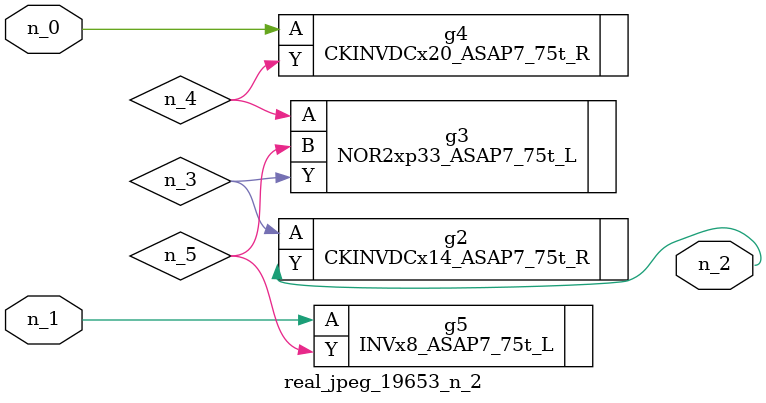
<source format=v>
module real_jpeg_19653_n_2 (n_1, n_0, n_2);

input n_1;
input n_0;

output n_2;

wire n_5;
wire n_4;
wire n_3;

CKINVDCx20_ASAP7_75t_R g4 ( 
.A(n_0),
.Y(n_4)
);

INVx8_ASAP7_75t_L g5 ( 
.A(n_1),
.Y(n_5)
);

CKINVDCx14_ASAP7_75t_R g2 ( 
.A(n_3),
.Y(n_2)
);

NOR2xp33_ASAP7_75t_L g3 ( 
.A(n_4),
.B(n_5),
.Y(n_3)
);


endmodule
</source>
